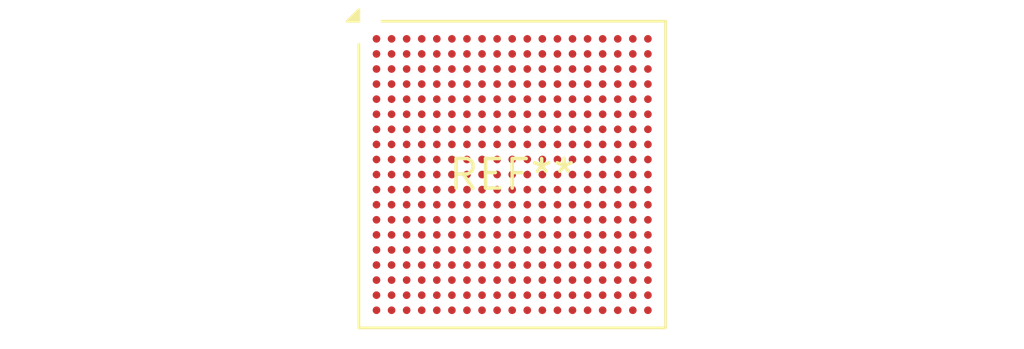
<source format=kicad_pcb>
(kicad_pcb (version 20240108) (generator pcbnew)
  (layers (0 "F.Cu" signal) (31 "B.Cu" signal) (34 "B.Paste" user) (35 "F.Paste" user) (36 "B.SilkS" user "B.Silkscreen") (37 "F.SilkS" user "F.Silkscreen") (38 "B.Mask" user) (39 "F.Mask" user) (44 "Edge.Cuts" user))
  (net 0 "")
  (footprint "TFBGA-361_13x13mm_Layout19x19_P0.65mm" (layer "F.Cu") (at 0 0)
    (property "Reference" "REF**")
    (property "Value" "TFBGA-361_13x13mm_Layout19x19_P0.65mm")
    (fp_line (start -6.61 6.61) (end -6.61 -5.61) (layer "F.SilkS") (stroke (width 0.12)))
    (fp_line (start -5.61 -6.61) (end 6.61 -6.61) (layer "F.SilkS") (stroke (width 0.12)))
    (fp_line (start 6.61 -6.61) (end 6.61 6.61) (layer "F.SilkS") (stroke (width 0.12)))
    (fp_line (start 6.61 6.61) (end -6.61 6.61) (layer "F.SilkS") (stroke (width 0.12)))
    (fp_poly (pts (xy -6.61 -6.61) (xy -7.11 -6.61) (xy -6.61 -7.11) (xy -6.61 -6.61)) (layer "F.SilkS") (stroke (width 0.12)) (fill solid))
    (pad "A1" smd circle (at -5.85 -5.85) (size 0.33 0.33) (property pad_prop_bga) (layers "F.Cu" "F.Paste" "F.Mask"))
    (pad "A2" smd circle (at -5.2 -5.85) (size 0.33 0.33) (property pad_prop_bga) (layers "F.Cu" "F.Paste" "F.Mask"))
    (pad "A3" smd circle (at -4.55 -5.85) (size 0.33 0.33) (property pad_prop_bga) (layers "F.Cu" "F.Paste" "F.Mask"))
    (pad "A4" smd circle (at -3.9 -5.85) (size 0.33 0.33) (property pad_prop_bga) (layers "F.Cu" "F.Paste" "F.Mask"))
    (pad "A5" smd circle (at -3.25 -5.85) (size 0.33 0.33) (property pad_prop_bga) (layers "F.Cu" "F.Paste" "F.Mask"))
    (pad "A6" smd circle (at -2.6 -5.85) (size 0.33 0.33) (property pad_prop_bga) (layers "F.Cu" "F.Paste" "F.Mask"))
    (pad "A7" smd circle (at -1.95 -5.85) (size 0.33 0.33) (property pad_prop_bga) (layers "F.Cu" "F.Paste" "F.Mask"))
    (pad "A8" smd circle (at -1.3 -5.85) (size 0.33 0.33) (property pad_prop_bga) (layers "F.Cu" "F.Paste" "F.Mask"))
    (pad "A9" smd circle (at -0.65 -5.85) (size 0.33 0.33) (property pad_prop_bga) (layers "F.Cu" "F.Paste" "F.Mask"))
    (pad "A10" smd circle (at 0 -5.85) (size 0.33 0.33) (property pad_prop_bga) (layers "F.Cu" "F.Paste" "F.Mask"))
    (pad "A11" smd circle (at 0.65 -5.85) (size 0.33 0.33) (property pad_prop_bga) (layers "F.Cu" "F.Paste" "F.Mask"))
    (pad "A12" smd circle (at 1.3 -5.85) (size 0.33 0.33) (property pad_prop_bga) (layers "F.Cu" "F.Paste" "F.Mask"))
    (pad "A13" smd circle (at 1.95 -5.85) (size 0.33 0.33) (property pad_prop_bga) (layers "F.Cu" "F.Paste" "F.Mask"))
    (pad "A14" smd circle (at 2.6 -5.85) (size 0.33 0.33) (property pad_prop_bga) (layers "F.Cu" "F.Paste" "F.Mask"))
    (pad "A15" smd circle (at 3.25 -5.85) (size 0.33 0.33) (property pad_prop_bga) (layers "F.Cu" "F.Paste" "F.Mask"))
    (pad "A16" smd circle (at 3.9 -5.85) (size 0.33 0.33) (property pad_prop_bga) (layers "F.Cu" "F.Paste" "F.Mask"))
    (pad "A17" smd circle (at 4.55 -5.85) (size 0.33 0.33) (property pad_prop_bga) (layers "F.Cu" "F.Paste" "F.Mask"))
    (pad "A18" smd circle (at 5.2 -5.85) (size 0.33 0.33) (property pad_prop_bga) (layers "F.Cu" "F.Paste" "F.Mask"))
    (pad "A19" smd circle (at 5.85 -5.85) (size 0.33 0.33) (property pad_prop_bga) (layers "F.Cu" "F.Paste" "F.Mask"))
    (pad "B1" smd circle (at -5.85 -5.2) (size 0.33 0.33) (property pad_prop_bga) (layers "F.Cu" "F.Paste" "F.Mask"))
    (pad "B2" smd circle (at -5.2 -5.2) (size 0.33 0.33) (property pad_prop_bga) (layers "F.Cu" "F.Paste" "F.Mask"))
    (pad "B3" smd circle (at -4.55 -5.2) (size 0.33 0.33) (property pad_prop_bga) (layers "F.Cu" "F.Paste" "F.Mask"))
    (pad "B4" smd circle (at -3.9 -5.2) (size 0.33 0.33) (property pad_prop_bga) (layers "F.Cu" "F.Paste" "F.Mask"))
    (pad "B5" smd circle (at -3.25 -5.2) (size 0.33 0.33) (property pad_prop_bga) (layers "F.Cu" "F.Paste" "F.Mask"))
    (pad "B6" smd circle (at -2.6 -5.2) (size 0.33 0.33) (property pad_prop_bga) (layers "F.Cu" "F.Paste" "F.Mask"))
    (pad "B7" smd circle (at -1.95 -5.2) (size 0.33 0.33) (property pad_prop_bga) (layers "F.Cu" "F.Paste" "F.Mask"))
    (pad "B8" smd circle (at -1.3 -5.2) (size 0.33 0.33) (property pad_prop_bga) (layers "F.Cu" "F.Paste" "F.Mask"))
    (pad "B9" smd circle (at -0.65 -5.2) (size 0.33 0.33) (property pad_prop_bga) (layers "F.Cu" "F.Paste" "F.Mask"))
    (pad "B10" smd circle (at 0 -5.2) (size 0.33 0.33) (property pad_prop_bga) (layers "F.Cu" "F.Paste" "F.Mask"))
    (pad "B11" smd circle (at 0.65 -5.2) (size 0.33 0.33) (property pad_prop_bga) (layers "F.Cu" "F.Paste" "F.Mask"))
    (pad "B12" smd circle (at 1.3 -5.2) (size 0.33 0.33) (property pad_prop_bga) (layers "F.Cu" "F.Paste" "F.Mask"))
    (pad "B13" smd circle (at 1.95 -5.2) (size 0.33 0.33) (property pad_prop_bga) (layers "F.Cu" "F.Paste" "F.Mask"))
    (pad "B14" smd circle (at 2.6 -5.2) (size 0.33 0.33) (property pad_prop_bga) (layers "F.Cu" "F.Paste" "F.Mask"))
    (pad "B15" smd circle (at 3.25 -5.2) (size 0.33 0.33) (property pad_prop_bga) (layers "F.Cu" "F.Paste" "F.Mask"))
    (pad "B16" smd circle (at 3.9 -5.2) (size 0.33 0.33) (property pad_prop_bga) (layers "F.Cu" "F.Paste" "F.Mask"))
    (pad "B17" smd circle (at 4.55 -5.2) (size 0.33 0.33) (property pad_prop_bga) (layers "F.Cu" "F.Paste" "F.Mask"))
    (pad "B18" smd circle (at 5.2 -5.2) (size 0.33 0.33) (property pad_prop_bga) (layers "F.Cu" "F.Paste" "F.Mask"))
    (pad "B19" smd circle (at 5.85 -5.2) (size 0.33 0.33) (property pad_prop_bga) (layers "F.Cu" "F.Paste" "F.Mask"))
    (pad "C1" smd circle (at -5.85 -4.55) (size 0.33 0.33) (property pad_prop_bga) (layers "F.Cu" "F.Paste" "F.Mask"))
    (pad "C2" smd circle (at -5.2 -4.55) (size 0.33 0.33) (property pad_prop_bga) (layers "F.Cu" "F.Paste" "F.Mask"))
    (pad "C3" smd circle (at -4.55 -4.55) (size 0.33 0.33) (property pad_prop_bga) (layers "F.Cu" "F.Paste" "F.Mask"))
    (pad "C4" smd circle (at -3.9 -4.55) (size 0.33 0.33) (property pad_prop_bga) (layers "F.Cu" "F.Paste" "F.Mask"))
    (pad "C5" smd circle (at -3.25 -4.55) (size 0.33 0.33) (property pad_prop_bga) (layers "F.Cu" "F.Paste" "F.Mask"))
    (pad "C6" smd circle (at -2.6 -4.55) (size 0.33 0.33) (property pad_prop_bga) (layers "F.Cu" "F.Paste" "F.Mask"))
    (pad "C7" smd circle (at -1.95 -4.55) (size 0.33 0.33) (property pad_prop_bga) (layers "F.Cu" "F.Paste" "F.Mask"))
    (pad "C8" smd circle (at -1.3 -4.55) (size 0.33 0.33) (property pad_prop_bga) (layers "F.Cu" "F.Paste" "F.Mask"))
    (pad "C9" smd circle (at -0.65 -4.55) (size 0.33 0.33) (property pad_prop_bga) (layers "F.Cu" "F.Paste" "F.Mask"))
    (pad "C10" smd circle (at 0 -4.55) (size 0.33 0.33) (property pad_prop_bga) (layers "F.Cu" "F.Paste" "F.Mask"))
    (pad "C11" smd circle (at 0.65 -4.55) (size 0.33 0.33) (property pad_prop_bga) (layers "F.Cu" "F.Paste" "F.Mask"))
    (pad "C12" smd circle (at 1.3 -4.55) (size 0.33 0.33) (property pad_prop_bga) (layers "F.Cu" "F.Paste" "F.Mask"))
    (pad "C13" smd circle (at 1.95 -4.55) (size 0.33 0.33) (property pad_prop_bga) (layers "F.Cu" "F.Paste" "F.Mask"))
    (pad "C14" smd circle (at 2.6 -4.55) (size 0.33 0.33) (property pad_prop_bga) (layers "F.Cu" "F.Paste" "F.Mask"))
    (pad "C15" smd circle (at 3.25 -4.55) (size 0.33 0.33) (property pad_prop_bga) (layers "F.Cu" "F.Paste" "F.Mask"))
    (pad "C16" smd circle (at 3.9 -4.55) (size 0.33 0.33) (property pad_prop_bga) (layers "F.Cu" "F.Paste" "F.Mask"))
    (pad "C17" smd circle (at 4.55 -4.55) (size 0.33 0.33) (property pad_prop_bga) (layers "F.Cu" "F.Paste" "F.Mask"))
    (pad "C18" smd circle (at 5.2 -4.55) (size 0.33 0.33) (property pad_prop_bga) (layers "F.Cu" "F.Paste" "F.Mask"))
    (pad "C19" smd circle (at 5.85 -4.55) (size 0.33 0.33) (property pad_prop_bga) (layers "F.Cu" "F.Paste" "F.Mask"))
    (pad "D1" smd circle (at -5.85 -3.9) (size 0.33 0.33) (property pad_prop_bga) (layers "F.Cu" "F.Paste" "F.Mask"))
    (pad "D2" smd circle (at -5.2 -3.9) (size 0.33 0.33) (property pad_prop_bga) (layers "F.Cu" "F.Paste" "F.Mask"))
    (pad "D3" smd circle (at -4.55 -3.9) (size 0.33 0.33) (property pad_prop_bga) (layers "F.Cu" "F.Paste" "F.Mask"))
    (pad "D4" smd circle (at -3.9 -3.9) (size 0.33 0.33) (property pad_prop_bga) (layers "F.Cu" "F.Paste" "F.Mask"))
    (pad "D5" smd circle (at -3.25 -3.9) (size 0.33 0.33) (property pad_prop_bga) (layers "F.Cu" "F.Paste" "F.Mask"))
    (pad "D6" smd circle (at -2.6 -3.9) (size 0.33 0.33) (property pad_prop_bga) (layers "F.Cu" "F.Paste" "F.Mask"))
    (pad "D7" smd circle (at -1.95 -3.9) (size 0.33 0.33) (property pad_prop_bga) (layers "F.Cu" "F.Paste" "F.Mask"))
    (pad "D8" smd circle (at -1.3 -3.9) (size 0.33 0.33) (property pad_prop_bga) (layers "F.Cu" "F.Paste" "F.Mask"))
    (pad "D9" smd circle (at -0.65 -3.9) (size 0.33 0.33) (property pad_prop_bga) (layers "F.Cu" "F.Paste" "F.Mask"))
    (pad "D10" smd circle (at 0 -3.9) (size 0.33 0.33) (property pad_prop_bga) (layers "F.Cu" "F.Paste" "F.Mask"))
    (pad "D11" smd circle (at 0.65 -3.9) (size 0.33 0.33) (property pad_prop_bga) (layers "F.Cu" "F.Paste" "F.Mask"))
    (pad "D12" smd circle (at 1.3 -3.9) (size 0.33 0.33) (property pad_prop_bga) (layers "F.Cu" "F.Paste" "F.Mask"))
    (pad "D13" smd circle (at 1.95 -3.9) (size 0.33 0.33) (property pad_prop_bga) (layers "F.Cu" "F.Paste" "F.Mask"))
    (pad "D14" smd circle (at 2.6 -3.9) (size 0.33 0.33) (property pad_prop_bga) (layers "F.Cu" "F.Paste" "F.Mask"))
    (pad "D15" smd circle (at 3.25 -3.9) (size 0.33 0.33) (property pad_prop_bga) (layers "F.Cu" "F.Paste" "F.Mask"))
    (pad "D16" smd circle (at 3.9 -3.9) (size 0.33 0.33) (property pad_prop_bga) (layers "F.Cu" "F.Paste" "F.Mask"))
    (pad "D17" smd circle (at 4.55 -3.9) (size 0.33 0.33) (property pad_prop_bga) (layers "F.Cu" "F.Paste" "F.Mask"))
    (pad "D18" smd circle (at 5.2 -3.9) (size 0.33 0.33) (property pad_prop_bga) (layers "F.Cu" "F.Paste" "F.Mask"))
    (pad "D19" smd circle (at 5.85 -3.9) (size 0.33 0.33) (property pad_prop_bga) (layers "F.Cu" "F.Paste" "F.Mask"))
    (pad "E1" smd circle (at -5.85 -3.25) (size 0.33 0.33) (property pad_prop_bga) (layers "F.Cu" "F.Paste" "F.Mask"))
    (pad "E2" smd circle (at -5.2 -3.25) (size 0.33 0.33) (property pad_prop_bga) (layers "F.Cu" "F.Paste" "F.Mask"))
    (pad "E3" smd circle (at -4.55 -3.25) (size 0.33 0.33) (property pad_prop_bga) (layers "F.Cu" "F.Paste" "F.Mask"))
    (pad "E4" smd circle (at -3.9 -3.25) (size 0.33 0.33) (property pad_prop_bga) (layers "F.Cu" "F.Paste" "F.Mask"))
    (pad "E5" smd circle (at -3.25 -3.25) (size 0.33 0.33) (property pad_prop_bga) (layers "F.Cu" "F.Paste" "F.Mask"))
    (pad "E6" smd circle (at -2.6 -3.25) (size 0.33 0.33) (property pad_prop_bga) (layers "F.Cu" "F.Paste" "F.Mask"))
    (pad "E7" smd circle (at -1.95 -3.25) (size 0.33 0.33) (property pad_prop_bga) (layers "F.Cu" "F.Paste" "F.Mask"))
    (pad "E8" smd circle (at -1.3 -3.25) (size 0.33 0.33) (property pad_prop_bga) (layers "F.Cu" "F.Paste" "F.Mask"))
    (pad "E9" smd circle (at -0.65 -3.25) (size 0.33 0.33) (property pad_prop_bga) (layers "F.Cu" "F.Paste" "F.Mask"))
    (pad "E10" smd circle (at 0 -3.25) (size 0.33 0.33) (property pad_prop_bga) (layers "F.Cu" "F.Paste" "F.Mask"))
    (pad "E11" smd circle (at 0.65 -3.25) (size 0.33 0.33) (property pad_prop_bga) (layers "F.Cu" "F.Paste" "F.Mask"))
    (pad "E12" smd circle (at 1.3 -3.25) (size 0.33 0.33) (property pad_prop_bga) (layers "F.Cu" "F.Paste" "F.Mask"))
    (pad "E13" smd circle (at 1.95 -3.25) (size 0.33 0.33) (property pad_prop_bga) (layers "F.Cu" "F.Paste" "F.Mask"))
    (pad "E14" smd circle (at 2.6 -3.25) (size 0.33 0.33) (property pad_prop_bga) (layers "F.Cu" "F.Paste" "F.Mask"))
    (pad "E15" smd circle (at 3.25 -3.25) (size 0.33 0.33) (property pad_prop_bga) (layers "F.Cu" "F.Paste" "F.Mask"))
    (pad "E16" smd circle (at 3.9 -3.25) (size 0.33 0.33) (property pad_prop_bga) (layers "F.Cu" "F.Paste" "F.Mask"))
    (pad "E17" smd circle (at 4.55 -3.25) (size 0.33 0.33) (property pad_prop_bga) (layers "F.Cu" "F.Paste" "F.Mask"))
    (pad "E18" smd circle (at 5.2 -3.25) (size 0.33 0.33) (property pad_prop_bga) (layers "F.Cu" "F.Paste" "F.Mask"))
    (pad "E19" smd circle (at 5.85 -3.25) (size 0.33 0.33) (property pad_prop_bga) (layers "F.Cu" "F.Paste" "F.Mask"))
    (pad "F1" smd circle (at -5.85 -2.6) (size 0.33 0.33) (property pad_prop_bga) (layers "F.Cu" "F.Paste" "F.Mask"))
    (pad "F2" smd circle (at -5.2 -2.6) (size 0.33 0.33) (property pad_prop_bga) (layers "F.Cu" "F.Paste" "F.Mask"))
    (pad "F3" smd circle (at -4.55 -2.6) (size 0.33 0.33) (property pad_prop_bga) (layers "F.Cu" "F.Paste" "F.Mask"))
    (pad "F4" smd circle (at -3.9 -2.6) (size 0.33 0.33) (property pad_prop_bga) (layers "F.Cu" "F.Paste" "F.Mask"))
    (pad "F5" smd circle (at -3.25 -2.6) (size 0.33 0.33) (property pad_prop_bga) (layers "F.Cu" "F.Paste" "F.Mask"))
    (pad "F6" smd circle (at -2.6 -2.6) (size 0.33 0.33) (property pad_prop_bga) (layers "F.Cu" "F.Paste" "F.Mask"))
    (pad "F7" smd circle (at -1.95 -2.6) (size 0.33 0.33) (property pad_prop_bga) (layers "F.Cu" "F.Paste" "F.Mask"))
    (pad "F8" smd circle (at -1.3 -2.6) (size 0.33 0.33) (property pad_prop_bga) (layers "F.Cu" "F.Paste" "F.Mask"))
    (pad "F9" smd circle (at -0.65 -2.6) (size 0.33 0.33) (property pad_prop_bga) (layers "F.Cu" "F.Paste" "F.Mask"))
    (pad "F10" smd circle (at 0 -2.6) (size 0.33 0.33) (property pad_prop_bga) (layers "F.Cu" "F.Paste" "F.Mask"))
    (pad "F11" smd circle (at 0.65 -2.6) (size 0.33 0.33) (property pad_prop_bga) (layers "F.Cu" "F.Paste" "F.Mask"))
    (pad "F12" smd circle (at 1.3 -2.6) (size 0.33 0.33) (property pad_prop_bga) (layers "F.Cu" "F.Paste" "F.Mask"))
    (pad "F13" smd circle (at 1.95 -2.6) (size 0.33 0.33) (property pad_prop_bga) (layers "F.Cu" "F.Paste" "F.Mask"))
    (pad "F14" smd circle (at 2.6 -2.6) (size 0.33 0.33) (property pad_prop_bga) (layers "F.Cu" "F.Paste" "F.Mask"))
    (pad "F15" smd circle (at 3.25 -2.6) (size 0.33 0.33) (property pad_prop_bga) (layers "F.Cu" "F.Paste" "F.Mask"))
    (pad "F16" smd circle (at 3.9 -2.6) (size 0.33 0.33) (property pad_prop_bga) (layers "F.Cu" "F.Paste" "F.Mask"))
    (pad "F17" smd circle (at 4.55 -2.6) (size 0.33 0.33) (property pad_prop_bga) (layers "F.Cu" "F.Paste" "F.Mask"))
    (pad "F18" smd circle (at 5.2 -2.6) (size 0.33 0.33) (property pad_prop_bga) (layers "F.Cu" "F.Paste" "F.Mask"))
    (pad "F19" smd circle (at 5.85 -2.6) (size 0.33 0.33) (property pad_prop_bga) (layers "F.Cu" "F.Paste" "F.Mask"))
    (pad "G1" smd circle (at -5.85 -1.95) (size 0.33 0.33) (property pad_prop_bga) (layers "F.Cu" "F.Paste" "F.Mask"))
    (pad "G2" smd circle (at -5.2 -1.95) (size 0.33 0.33) (property pad_prop_bga) (layers "F.Cu" "F.Paste" "F.Mask"))
    (pad "G3" smd circle (at -4.55 -1.95) (size 0.33 0.33) (property pad_prop_bga) (layers "F.Cu" "F.Paste" "F.Mask"))
    (pad "G4" smd circle (at -3.9 -1.95) (size 0.33 0.33) (property pad_prop_bga) (layers "F.Cu" "F.Paste" "F.Mask"))
    (pad "G5" smd circle (at -3.25 -1.95) (size 0.33 0.33) (property pad_prop_bga) (layers "F.Cu" "F.Paste" "F.Mask"))
    (pad "G6" smd circle (at -2.6 -1.95) (size 0.33 0.33) (property pad_prop_bga) (layers "F.Cu" "F.Paste" "F.Mask"))
    (pad "G7" smd circle (at -1.95 -1.95) (size 0.33 0.33) (property pad_prop_bga) (layers "F.Cu" "F.Paste" "F.Mask"))
    (pad "G8" smd circle (at -1.3 -1.95) (size 0.33 0.33) (property pad_prop_bga) (layers "F.Cu" "F.Paste" "F.Mask"))
    (pad "G9" smd circle (at -0.65 -1.95) (size 0.33 0.33) (property pad_prop_bga) (layers "F.Cu" "F.Paste" "F.Mask"))
    (pad "G10" smd circle (at 0 -1.95) (size 0.33 0.33) (property pad_prop_bga) (layers "F.Cu" "F.Paste" "F.Mask"))
    (pad "G11" smd circle (at 0.65 -1.95) (size 0.33 0.33) (property pad_prop_bga) (layers "F.Cu" "F.Paste" "F.Mask"))
    (pad "G12" smd circle (at 1.3 -1.95) (size 0.33 0.33) (property pad_prop_bga) (layers "F.Cu" "F.Paste" "F.Mask"))
    (pad "G13" smd circle (at 1.95 -1.95) (size 0.33 0.33) (property pad_prop_bga) (layers "F.Cu" "F.Paste" "F.Mask"))
    (pad "G14" smd circle (at 2.6 -1.95) (size 0.33 0.33) (property pad_prop_bga) (layers "F.Cu" "F.Paste" "F.Mask"))
    (pad "G15" smd circle (at 3.25 -1.95) (size 0.33 0.33) (property pad_prop_bga) (layers "F.Cu" "F.Paste" "F.Mask"))
    (pad "G16" smd circle (at 3.9 -1.95) (size 0.33 0.33) (property pad_prop_bga) (layers "F.Cu" "F.Paste" "F.Mask"))
    (pad "G17" smd circle (at 4.55 -1.95) (size 0.33 0.33) (property pad_prop_bga) (layers "F.Cu" "F.Paste" "F.Mask"))
    (pad "G18" smd circle (at 5.2 -1.95) (size 0.33 0.33) (property pad_prop_bga) (layers "F.Cu" "F.Paste" "F.Mask"))
    (pad "G19" smd circle (at 5.85 -1.95) (size 0.33 0.33) (property pad_prop_bga) (layers "F.Cu" "F.Paste" "F.Mask"))
    (pad "H1" smd circle (at -5.85 -1.3) (size 0.33 0.33) (property pad_prop_bga) (layers "F.Cu" "F.Paste" "F.Mask"))
    (pad "H2" smd circle (at -5.2 -1.3) (size 0.33 0.33) (property pad_prop_bga) (layers "F.Cu" "F.Paste" "F.Mask"))
    (pad "H3" smd circle (at -4.55 -1.3) (size 0.33 0.33) (property pad_prop_bga) (layers "F.Cu" "F.Paste" "F.Mask"))
    (pad "H4" smd circle (at -3.9 -1.3) (size 0.33 0.33) (property pad_prop_bga) (layers "F.Cu" "F.Paste" "F.Mask"))
    (pad "H5" smd circle (at -3.25 -1.3) (size 0.33 0.33) (property pad_prop_bga) (layers "F.Cu" "F.Paste" "F.Mask"))
    (pad "H6" smd circle (at -2.6 -1.3) (size 0.33 0.33) (property pad_prop_bga) (layers "F.Cu" "F.Paste" "F.Mask"))
    (pad "H7" smd circle (at -1.95 -1.3) (size 0.33 0.33) (property pad_prop_bga) (layers "F.Cu" "F.Paste" "F.Mask"))
    (pad "H8" smd circle (at -1.3 -1.3) (size 0.33 0.33) (property pad_prop_bga) (layers "F.Cu" "F.Paste" "F.Mask"))
    (pad "H9" smd circle (at -0.65 -1.3) (size 0.33 0.33) (property pad_prop_bga) (layers "F.Cu" "F.Paste" "F.Mask"))
    (pad "H10" smd circle (at 0 -1.3) (size 0.33 0.33) (property pad_prop_bga) (layers "F.Cu" "F.Paste" "F.Mask"))
    (pad "H11" smd circle (at 0.65 -1.3) (size 0.33 0.33) (property pad_prop_bga) (layers "F.Cu" "F.Paste" "F.Mask"))
    (pad "H12" smd circle (at 1.3 -1.3) (size 0.33 0.33) (property pad_prop_bga) (layers "F.Cu" "F.Paste" "F.Mask"))
    (pad "H13" smd circle (at 1.95 -1.3) (size 0.33 0.33) (property pad_prop_bga) (layers "F.Cu" "F.Paste" "F.Mask"))
    (pad "H14" smd circle (at 2.6 -1.3) (size 0.33 0.33) (property pad_prop_bga) (layers "F.Cu" "F.Paste" "F.Mask"))
    (pad "H15" smd circle (at 3.25 -1.3) (size 0.33 0.33) (property pad_prop_bga) (layers "F.Cu" "F.Paste" "F.Mask"))
    (pad "H16" smd circle (at 3.9 -1.3) (size 0.33 0.33) (property pad_prop_bga) (layers "F.Cu" "F.Paste" "F.Mask"))
    (pad "H17" smd circle (at 4.55 -1.3) (size 0.33 0.33) (property pad_prop_bga) (layers "F.Cu" "F.Paste" "F.Mask"))
    (pad "H18" smd circle (at 5.2 -1.3) (size 0.33 0.33) (property pad_prop_bga) (layers "F.Cu" "F.Paste" "F.Mask"))
    (pad "H19" smd circle (at 5.85 -1.3) (size 0.33 0.33) (property pad_prop_bga) (layers "F.Cu" "F.Paste" "F.Mask"))
    (pad "J1" smd circle (at -5.85 -0.65) (size 0.33 0.33) (property pad_prop_bga) (layers "F.Cu" "F.Paste" "F.Mask"))
    (pad "J2" smd circle (at -5.2 -0.65) (size 0.33 0.33) (property pad_prop_bga) (layers "F.Cu" "F.Paste" "F.Mask"))
    (pad "J3" smd circle (at -4.55 -0.65) (size 0.33 0.33) (property pad_prop_bga) (layers "F.Cu" "F.Paste" "F.Mask"))
    (pad "J4" smd circle (at -3.9 -0.65) (size 0.33 0.33) (property pad_prop_bga) (layers "F.Cu" "F.Paste" "F.Mask"))
    (pad "J5" smd circle (at -3.25 -0.65) (size 0.33 0.33) (property pad_prop_bga) (layers "F.Cu" "F.Paste" "F.Mask"))
    (pad "J6" smd circle (at -2.6 -0.65) (size 0.33 0.33) (property pad_prop_bga) (layers "F.Cu" "F.Paste" "F.Mask"))
    (pad "J7" smd circle (at -1.95 -0.65) (size 0.33 0.33) (property pad_prop_bga) (layers "F.Cu" "F.Paste" "F.Mask"))
    (pad "J8" smd circle (at -1.3 -0.65) (size 0.33 0.33) (property pad_prop_bga) (layers "F.Cu" "F.Paste" "F.Mask"))
    (pad "J9" smd circle (at -0.65 -0.65) (size 0.33 0.33) (property pad_prop_bga) (layers "F.Cu" "F.Paste" "F.Mask"))
    (pad "J10" smd circle (at 0 -0.65) (size 0.33 0.33) (property pad_prop_bga) (layers "F.Cu" "F.Paste" "F.Mask"))
    (pad "J11" smd circle (at 0.65 -0.65) (size 0.33 0.33) (property pad_prop_bga) (layers "F.Cu" "F.Paste" "F.Mask"))
    (pad "J12" smd circle (at 1.3 -0.65) (size 0.33 0.33) (property pad_prop_bga) (layers "F.Cu" "F.Paste" "F.Mask"))
    (pad "J13" smd circle (at 1.95 -0.65) (size 0.33 0.33) (property pad_prop_bga) (layers "F.Cu" "F.Paste" "F.Mask"))
    (pad "J14" smd circle (at 2.6 -0.65) (size 0.33 0.33) (property pad_prop_bga) (layers "F.Cu" "F.Paste" "F.Mask"))
    (pad "J15" smd circle (at 3.25 -0.65) (size 0.33 0.33) (property pad_prop_bga) (layers "F.Cu" "F.Paste" "F.Mask"))
    (pad "J16" smd circle (at 3.9 -0.65) (size 0.33 0.33) (property pad_prop_bga) (layers "F.Cu" "F.Paste" "F.Mask"))
    (pad "J17" smd circle (at 4.55 -0.65) (size 0.33 0.33) (property pad_prop_bga) (layers "F.Cu" "F.Paste" "F.Mask"))
    (pad "J18" smd circle (at 5.2 -0.65) (size 0.33 0.33) (property pad_prop_bga) (layers "F.Cu" "F.Paste" "F.Mask"))
    (pad "J19" smd circle (at 5.85 -0.65) (size 0.33 0.33) (property pad_prop_bga) (layers "F.Cu" "F.Paste" "F.Mask"))
    (pad "K1" smd circle (at -5.85 0) (size 0.33 0.33) (property pad_prop_bga) (layers "F.Cu" "F.Paste" "F.Mask"))
    (pad "K2" smd circle (at -5.2 0) (size 0.33 0.33) (property pad_prop_bga) (layers "F.Cu" "F.Paste" "F.Mask"))
    (pad "K3" smd circle (at -4.55 0) (size 0.33 0.33) (property pad_prop_bga) (layers "F.Cu" "F.Paste" "F.Mask"))
    (pad "K4" smd circle (at -3.9 0) (size 0.33 0.33) (property pad_prop_bga) (layers "F.Cu" "F.Paste" "F.Mask"))
    (pad "K5" smd circle (at -3.25 0) (size 0.33 0.33) (property pad_prop_bga) (layers "F.Cu" "F.Paste" "F.Mask"))
    (pad "K6" smd circle (at -2.6 0) (size 0.33 0.33) (property pad_prop_bga) (layers "F.Cu" "F.Paste" "F.Mask"))
    (pad "K7" smd circle (at -1.95 0) (size 0.33 0.33) (property pad_prop_bga) (layers "F.Cu" "F.Paste" "F.Mask"))
    (pad "K8" smd circle (at -1.3 0) (size 0.33 0.33) (property pad_prop_bga) (layers "F.Cu" "F.Paste" "F.Mask"))
    (pad "K9" smd circle (at -0.65 0) (size 0.33 0.33) (property pad_prop_bga) (layers "F.Cu" "F.Paste" "F.Mask"))
    (pad "K10" smd circle (at 0 0) (size 0.33 0.33) (property pad_prop_bga) (layers "F.Cu" "F.Paste" "F.Mask"))
    (pad "K11" smd circle (at 0.65 0) (size 0.33 0.33) (property pad_prop_bga) (layers "F.Cu" "F.Paste" "F.Mask"))
    (pad "K12" smd circle (at 1.3 0) (size 0.33 0.33) (property pad_prop_bga) (layers "F.Cu" "F.Paste" "F.Mask"))
    (pad "K13" smd circle (at 1.95 0) (size 0.33 0.33) (property pad_prop_bga) (layers "F.Cu" "F.Paste" "F.Mask"))
    (pad "K14" smd circle (at 2.6 0) (size 0.33 0.33) (property pad_prop_bga) (layers "F.Cu" "F.Paste" "F.Mask"))
    (pad "K15" smd circle (at 3.25 0) (size 0.33 0.33) (property pad_prop_bga) (layers "F.Cu" "F.Paste" "F.Mask"))
    (pad "K16" smd circle (at 3.9 0) (size 0.33 0.33) (property pad_prop_bga) (layers "F.Cu" "F.Paste" "F.Mask"))
    (pad "K17" smd circle (at 4.55 0) (size 0.33 0.33) (property pad_prop_bga) (layers "F.Cu" "F.Paste" "F.Mask"))
    (pad "K18" smd circle (at 5.2 0) (size 0.33 0.33) (property pad_prop_bga) (layers "F.Cu" "F.Paste" "F.Mask"))
    (pad "K19" smd circle (at 5.85 0) (size 0.33 0.33) (property pad_prop_bga) (layers "F.Cu" "F.Paste" "F.Mask"))
    (pad "L1" smd circle (at -5.85 0.65) (size 0.33 0.33) (property pad_prop_bga) (layers "F.Cu" "F.Paste" "F.Mask"))
    (pad "L2" smd circle (at -5.2 0.65) (size 0.33 0.33) (property pad_prop_bga) (layers "F.Cu" "F.Paste" "F.Mask"))
    (pad "L3" smd circle (at -4.55 0.65) (size 0.33 0.33) (property pad_prop_bga) (layers "F.Cu" "F.Paste" "F.Mask"))
    (pad "L4" smd circle (at -3.9 0.65) (size 0.33 0.33) (property pad_prop_bga) (layers "F.Cu" "F.Paste" "F.Mask"))
    (pad "L5" smd circle (at -3.25 0.65) (size 0.33 0.33) (property pad_prop_bga) (layers "F.Cu" "F.Paste" "F.Mask"))
    (pad "L6" smd circle (at -2.6 0.65) (size 0.33 0.33) (property pad_prop_bga) (layers "F.Cu" "F.Paste" "F.Mask"))
    (pad "L7" smd circle (at -1.95 0.65) (size 0.33 0.33) (property pad_prop_bga) (layers "F.Cu" "F.Paste" "F.Mask"))
    (pad "L8" smd circle (at -1.3 0.65) (size 0.33 0.33) (property pad_prop_bga) (layers "F.Cu" "F.Paste" "F.Mask"))
    (pad "L9" smd circle (at -0.65 0.65) (size 0.33 0.33) (property pad_prop_bga) (layers "F.Cu" "F.Paste" "F.Mask"))
    (pad "L10" smd circle (at 0 0.65) (size 0.33 0.33) (property pad_prop_bga) (layers "F.Cu" "F.Paste" "F.Mask"))
    (pad "L11" smd circle (at 0.65 0.65) (size 0.33 0.33) (property pad_prop_bga) (layers "F.Cu" "F.Paste" "F.Mask"))
    (pad "L12" smd circle (at 1.3 0.65) (size 0.33 0.33) (property pad_prop_bga) (layers "F.Cu" "F.Paste" "F.Mask"))
    (pad "L13" smd circle (at 1.95 0.65) (size 0.33 0.33) (property pad_prop_bga) (layers "F.Cu" "F.Paste" "F.Mask"))
    (pad "L14" smd circle (at 2.6 0.65) (size 0.33 0.33) (property pad_prop_bga) (layers "F.Cu" "F.Paste" "F.Mask"))
    (pad "L15" smd circle (at 3.25 0.65) (size 0.33 0.33) (property pad_prop_bga) (layers "F.Cu" "F.Paste" "F.Mask"))
    (pad "L16" smd circle (at 3.9 0.65) (size 0.33 0.33) (property pad_prop_bga) (layers "F.Cu" "F.Paste" "F.Mask"))
    (pad "L17" smd circle (at 4.55 0.65) (size 0.33 0.33) (property pad_prop_bga) (layers "F.Cu" "F.Paste" "F.Mask"))
    (pad "L18" smd circle (at 5.2 0.65) (size 0.33 0.33) (property pad_prop_bga) (layers "F.Cu" "F.Paste" "F.Mask"))
    (pad "L19" smd circle (at 5.85 0.65) (size 0.33 0.33) (property pad_prop_bga) (layers "F.Cu" "F.Paste" "F.Mask"))
    (pad "M1" smd circle (at -5.85 1.3) (size 0.33 0.33) (property pad_prop_bga) (layers "F.Cu" "F.Paste" "F.Mask"))
    (pad "M2" smd circle (at -5.2 1.3) (size 0.33 0.33) (property pad_prop_bga) (layers "F.Cu" "F.Paste" "F.Mask"))
    (pad "M3" smd circle (at -4.55 1.3) (size 0.33 0.33) (property pad_prop_bga) (layers "F.Cu" "F.Paste" "F.Mask"))
    (pad "M4" smd circle (at -3.9 1.3) (size 0.33 0.33) (property pad_prop_bga) (layers "F.Cu" "F.Paste" "F.Mask"))
    (pad "M5" smd circle (at -3.25 1.3) (size 0.33 0.33) (property pad_prop_bga) (layers "F.Cu" "F.Paste" "F.Mask"))
    (pad "M6" smd circle (at -2.6 1.3) (size 0.33 0.33) (property pad_prop_bga) (layers "F.Cu" "F.Paste" "F.Mask"))
    (pad "M7" smd circle (at -1.95 1.3) (size 0.33 0.33) (property pad_prop_bga) (layers "F.Cu" "F.Paste" "F.Mask"))
    (pad "M8" smd circle (at -1.3 1.3) (size 0.33 0.33) (property pad_prop_bga) (layers "F.Cu" "F.Paste" "F.Mask"))
    (pad "M9" smd circle (at -0.65 1.3) (size 0.33 0.33) (property pad_prop_bga) (layers "F.Cu" "F.Paste" "F.Mask"))
    (pad "M10" smd circle (at 0 1.3) (size 0.33 0.33) (property pad_prop_bga) (layers "F.Cu" "F.Paste" "F.Mask"))
    (pad "M11" smd circle (at 0.65 1.3) (size 0.33 0.33) (property pad_prop_bga) (layers "F.Cu" "F.Paste" "F.Mask"))
    (pad "M12" smd circle (at 1.3 1.3) (size 0.33 0.33) (property pad_prop_bga) (layers "F.Cu" "F.Paste" "F.Mask"))
    (pad "M13" smd circle (at 1.95 1.3) (size 0.33 0.33) (property pad_prop_bga) (layers "F.Cu" "F.Paste" "F.Mask"))
    (pad "M14" smd circle (at 2.6 1.3) (size 0.33 0.33) (property pad_prop_bga) (layers "F.Cu" "F.Paste" "F.Mask"))
    (pad "M15" smd circle (at 3.25 1.3) (size 0.33 0.33) (property pad_prop_bga) (layers "F.Cu" "F.Paste" "F.Mask"))
    (pad "M16" smd circle (at 3.9 1.3) (size 0.33 0.33) (property pad_prop_bga) (layers "F.Cu" "F.Paste" "F.Mask"))
    (pad "M17" smd circle (at 4.55 1.3) (size 0.33 0.33) (property pad_prop_bga) (layers "F.Cu" "F.Paste" "F.Mask"))
    (pad "M18" smd circle (at 5.2 1.3) (size 0.33 0.33) (property pad_prop_bga) (layers "F.Cu" "F.Paste" "F.Mask"))
    (pad "M19" smd circle (at 5.85 1.3) (size 0.33 0.33) (property pad_prop_bga) (layers "F.Cu" "F.Paste" "F.Mask"))
    (pad "N1" smd circle (at -5.85 1.95) (size 0.33 0.33) (property pad_prop_bga) (layers "F.Cu" "F.Paste" "F.Mask"))
    (pad "N2" smd circle (at -5.2 1.95) (size 0.33 0.33) (property pad_prop_bga) (layers "F.Cu" "F.Paste" "F.Mask"))
    (pad "N3" smd circle (at -4.55 1.95) (size 0.33 0.33) (property pad_prop_bga) (layers "F.Cu" "F.Paste" "F.Mask"))
    (pad "N4" smd circle (at -3.9 1.95) (size 0.33 0.33) (property pad_prop_bga) (layers "F.Cu" "F.Paste" "F.Mask"))
    (pad "N5" smd circle (at -3.25 1.95) (size 0.33 0.33) (property pad_prop_bga) (layers "F.Cu" "F.Paste" "F.Mask"))
    (pad "N6" smd circle (at -2.6 1.95) (size 0.33 0.33) (property pad_prop_bga) (layers "F.Cu" "F.Paste" "F.Mask"))
    (pad "N7" smd circle (at -1.95 1.95) (size 0.33 0.33) (property pad_prop_bga) (layers "F.Cu" "F.Paste" "F.Mask"))
    (pad "N8" smd circle (at -1.3 1.95) (size 0.33 0.33) (property pad_prop_bga) (layers "F.Cu" "F.Paste" "F.Mask"))
    (pad "N9" smd circle (at -0.65 1.95) (size 0.33 0.33) (property pad_prop_bga) (layers "F.Cu" "F.Paste" "F.Mask"))
    (pad "N10" smd circle (at 0 1.95) (size 0.33 0.33) (property pad_prop_bga) (layers "F.Cu" "F.Paste" "F.Mask"))
    (pad "N11" smd circle (at 0.65 1.95) (size 0.33 0.33) (property pad_prop_bga) (layers "F.Cu" "F.Paste" "F.Mask"))
    (pad "N12" smd circle (at 1.3 1.95) (size 0.33 0.33) (property pad_prop_bga) (layers "F.Cu" "F.Paste" "F.Mask"))
    (pad "N13" smd circle (at 1.95 1.95) (size 0.33 0.33) (property pad_prop_bga) (layers "F.Cu" "F.Paste" "F.Mask"))
    (pad "N14" smd circle (at 2.6 1.95) (size 0.33 0.33) (property pad_prop_bga) (layers "F.Cu" "F.Paste" "F.Mask"))
    (pad "N15" smd circle (at 3.25 1.95) (size 0.33 0.33) (property pad_prop_bga) (layers "F.Cu" "F.Paste" "F.Mask"))
    (pad "N16" smd circle (at 3.9 1.95) (size 0.33 0.33) (property pad_prop_bga) (layers "F.Cu" "F.Paste" "F.Mask"))
    (pad "N17" smd circle (at 4.55 1.95) (size 0.33 0.33) (property pad_prop_bga) (layers "F.Cu" "F.Paste" "F.Mask"))
    (pad "N18" smd circle (at 5.2 1.95) (size 0.33 0.33) (property pad_prop_bga) (layers "F.Cu" "F.Paste" "F.Mask"))
    (pad "N19" smd circle (at 5.85 1.95) (size 0.33 0.33) (property pad_prop_bga) (layers "F.Cu" "F.Paste" "F.Mask"))
    (pad "P1" smd circle (at -5.85 2.6) (size 0.33 0.33) (property pad_prop_bga) (layers "F.Cu" "F.Paste" "F.Mask"))
    (pad "P2" smd circle (at -5.2 2.6) (size 0.33 0.33) (property pad_prop_bga) (layers "F.Cu" "F.Paste" "F.Mask"))
    (pad "P3" smd circle (at -4.55 2.6) (size 0.33 0.33) (property pad_prop_bga) (layers "F.Cu" "F.Paste" "F.Mask"))
    (pad "P4" smd circle (at -3.9 2.6) (size 0.33 0.33) (property pad_prop_bga) (layers "F.Cu" "F.Paste" "F.Mask"))
    (pad "P5" smd circle (at -3.25 2.6) (size 0.33 0.33) (property pad_prop_bga) (layers "F.Cu" "F.Paste" "F.Mask"))
    (pad "P6" smd circle (at -2.6 2.6) (size 0.33 0.33) (property pad_prop_bga) (layers "F.Cu" "F.Paste" "F.Mask"))
    (pad "P7" smd circle (at -1.95 2.6) (size 0.33 0.33) (property pad_prop_bga) (layers "F.Cu" "F.Paste" "F.Mask"))
    (pad "P8" smd circle (at -1.3 2.6) (size 0.33 0.33) (property pad_prop_bga) (layers "F.Cu" "F.Paste" "F.Mask"))
    (pad "P9" smd circle (at -0.65 2.6) (size 0.33 0.33) (property pad_prop_bga) (layers "F.Cu" "F.Paste" "F.Mask"))
    (pad "P10" smd circle (at 0 2.6) (size 0.33 0.33) (property pad_prop_bga) (layers "F.Cu" "F.Paste" "F.Mask"))
    (pad "P11" smd circle (at 0.65 2.6) (size 0.33 0.33) (property pad_prop_bga) (layers "F.Cu" "F.Paste" "F.Mask"))
    (pad "P12" smd circle (at 1.3 2.6) (size 0.33 0.33) (property pad_prop_bga) (layers "F.Cu" "F.Paste" "F.Mask"))
    (pad "P13" smd circle (at 1.95 2.6) (size 0.33 0.33) (property pad_prop_bga) (layers "F.Cu" "F.Paste" "F.Mask"))
    (pad "P14" smd circle (at 2.6 2.6) (size 0.33 0.33) (property pad_prop_bga) (layers "F.Cu" "F.Paste" "F.Mask"))
    (pad "P15" smd circle (at 3.25 2.6) (size 0.33 0.33) (property pad_prop_bga) (layers "F.Cu" "F.Paste" "F.Mask"))
    (pad "P16" smd circle (at 3.9 2.6) (size 0.33 0.33) (property pad_prop_bga) (layers "F.Cu" "F.Paste" "F.Mask"))
    (pad "P17" smd circle (at 4.55 2.6) (size 0.33 0.33) (property pad_prop_bga) (layers "F.Cu" "F.Paste" "F.Mask"))
    (pad "P18" smd circle (at 5.2 2.6) (size 0.33 0.33) (property pad_prop_bga) (layers "F.Cu" "F.Paste" "F.Mask"))
    (pad "P19" smd circle (at 5.85 2.6) (size 0.33 0.33) (property pad_prop_bga) (layers "F.Cu" "F.Paste" "F.Mask"))
    (pad "R1" smd circle (at -5.85 3.25) (size 0.33 0.33) (property pad_prop_bga) (layers "F.Cu" "F.Paste" "F.Mask"))
    (pad "R2" smd circle (at -5.2 3.25) (size 0.33 0.33) (property pad_prop_bga) (layers "F.Cu" "F.Paste" "F.Mask"))
    (pad "R3" smd circle (at -4.55 3.25) (size 0.33 0.33) (property pad_prop_bga) (layers "F.Cu" "F.Paste" "F.Mask"))
    (pad "R4" smd circle (at -3.9 3.25) (size 0.33 0.33) (property pad_prop_bga) (layers "F.Cu" "F.Paste" "F.Mask"))
    (pad "R5" smd circle (at -3.25 3.25) (size 0.33 0.33) (property pad_prop_bga) (layers "F.Cu" "F.Paste" "F.Mask"))
    (pad "R6" smd circle (at -2.6 3.25) (size 0.33 0.33) (property pad_prop_bga) (layers "F.Cu" "F.Paste" "F.Mask"))
    (pad "R7" smd circle (at -1.95 3.25) (size 0.33 0.33) (property pad_prop_bga) (layers "F.Cu" "F.Paste" "F.Mask"))
    (pad "R8" smd circle (at -1.3 3.25) (size 0.33 0.33) (property pad_prop_bga) (layers "F.Cu" "F.Paste" "F.Mask"))
    (pad "R9" smd circle (at -0.65 3.25) (size 0.33 0.33) (property pad_prop_bga) (layers "F.Cu" "F.Paste" "F.Mask"))
    (pad "R10" smd circle (at 0 3.25) (size 0.33 0.33) (property pad_prop_bga) (layers "F.Cu" "F.Paste" "F.Mask"))
    (pad "R11" smd circle (at 0.65 3.25) (size 0.33 0.33) (property pad_prop_bga) (layers "F.Cu" "F.Paste" "F.Mask"))
    (pad "R12" smd circle (at 1.3 3.25) (size 0.33 0.33) (property pad_prop_bga) (layers "F.Cu" "F.Paste" "F.Mask"))
    (pad "R13" smd circle (at 1.95 3.25) (size 0.33 0.33) (property pad_prop_bga) (layers "F.Cu" "F.Paste" "F.Mask"))
    (pad "R14" smd circle (at 2.6 3.25) (size 0.33 0.33) (property pad_prop_bga) (layers "F.Cu" "F.Paste" "F.Mask"))
    (pad "R15" smd circle (at 3.25 3.25) (size 0.33 0.33) (property pad_prop_bga) (layers "F.Cu" "F.Paste" "F.Mask"))
    (pad "R16" smd circle (at 3.9 3.25) (size 0.33 0.33) (property pad_prop_bga) (layers "F.Cu" "F.Paste" "F.Mask"))
    (pad "R17" smd circle (at 4.55 3.25) (size 0.33 0.33) (property pad_prop_bga) (layers "F.Cu" "F.Paste" "F.Mask"))
    (pad "R18" smd circle (at 5.2 3.25) (size 0.33 0.33) (property pad_prop_bga) (layers "F.Cu" "F.Paste" "F.Mask"))
    (pad "R19" smd circle (at 5.85 3.25) (size 0.33 0.33) (property pad_prop_bga) (layers "F.Cu" "F.Paste" "F.Mask"))
    (pad "T1" smd circle (at -5.85 3.9) (size 0.33 0.33) (property pad_prop_bga) (layers "F.Cu" "F.Paste" "F.Mask"))
    (pad "T2" smd circle (at -5.2 3.9) (size 0.33 0.33) (property pad_prop_bga) (layers "F.Cu" "F.Paste" "F.Mask"))
    (pad "T3" smd circle (at -4.55 3.9) (size 0.33 0.33) (property pad_prop_bga) (layers "F.Cu" "F.Paste" "F.Mask"))
    (pad "T4" smd circle (at -3.9 3.9) (size 0.33 0.33) (property pad_prop_bga) (layers "F.Cu" "F.Paste" "F.Mask"))
    (pad "T5" smd circle (at -3.25 3.9) (size 0.33 0.33) (property pad_prop_bga) (layers "F.Cu" "F.Paste" "F.Mask"))
    (pad "T6" smd circle (at -2.6 3.9) (size 0.33 0.33) (property pad_prop_bga) (layers "F.Cu" "F.Paste" "F.Mask"))
    (pad "T7" smd circle (at -1.95 3.9) (size 0.33 0.33) (property pad_prop_bga) (layers "F.Cu" "F.Paste" "F.Mask"))
    (pad "T8" smd circle (at -1.3 3.9) (size 0.33 0.33) (property pad_prop_bga) (layers "F.Cu" "F.Paste" "F.Mask"))
    (pad "T9" smd circle (at -0.65 3.9) (size 0.33 0.33) (property pad_prop_bga) (layers "F.Cu" "F.Paste" "F.Mask"))
    (pad "T10" smd circle (at 0 3.9) (size 0.33 0.33) (property pad_prop_bga) (layers "F.Cu" "F.Paste" "F.Mask"))
    (pad "T11" smd circle (at 0.65 3.9) (size 0.33 0.33) (property pad_prop_bga) (layers "F.Cu" "F.Paste" "F.Mask"))
    (pad "T12" smd circle (at 1.3 3.9) (size 0.33 0.33) (property pad_prop_bga) (layers "F.Cu" "F.Paste" "F.Mask"))
    (pad "T13" smd circle (at 1.95 3.9) (size 0.33 0.33) (property pad_prop_bga) (layers "F.Cu" "F.Paste" "F.Mask"))
    (pad "T14" smd circle (at 2.6 3.9) (size 0.33 0.33) (property pad_prop_bga) (layers "F.Cu" "F.Paste" "F.Mask"))
    (pad "T15" smd circle (at 3.25 3.9) (size 0.33 0.33) (property pad_prop_bga) (layers "F.Cu" "F.Paste" "F.Mask"))
    (pad "T16" smd circle (at 3.9 3.9) (size 0.33 0.33) (property pad_prop_bga) (layers "F.Cu" "F.Paste" "F.Mask"))
    (pad "T17" smd circle (at 4.55 3.9) (size 0.33 0.33) (property pad_prop_bga) (layers "F.Cu" "F.Paste" "F.Mask"))
    (pad "T18" smd circle (at 5.2 3.9) (size 0.33 0.33) (property pad_prop_bga) (layers "F.Cu" "F.Paste" "F.Mask"))
    (pad "T19" smd circle (at 5.85 3.9) (size 0.33 0.33) (property pad_prop_bga) (layers "F.Cu" "F.Paste" "F.Mask"))
    (pad "U1" smd circle (at -5.85 4.55) (size 0.33 0.33) (property pad_prop_bga) (layers "F.Cu" "F.Paste" "F.Mask"))
    (pad "U2" smd circle (at -5.2 4.55) (size 0.33 0.33) (property pad_prop_bga) (layers "F.Cu" "F.Paste" "F.Mask"))
    (pad "U3" smd circle (at -4.55 4.55) (size 0.33 0.33) (property pad_prop_bga) (layers "F.Cu" "F.Paste" "F.Mask"))
    (pad "U4" smd circle (at -3.9 4.55) (size 0.33 0.33) (property pad_prop_bga) (layers "F.Cu" "F.Paste" "F.Mask"))
    (pad "U5" smd circle (at -3.25 4.55) (size 0.33 0.33) (property pad_prop_bga) (layers "F.Cu" "F.Paste" "F.Mask"))
    (pad "U6" smd circle (at -2.6 4.55) (size 0.33 0.33) (property pad_prop_bga) (layers "F.Cu" "F.Paste" "F.Mask"))
    (pad "U7" smd circle (at -1.95 4.55) (size 0.33 0.33) (property pad_prop_bga) (layers "F.Cu" "F.Paste" "F.Mask"))
    (pad "U8" smd circle (at -1.3 4.55) (size 0.33 0.33) (property pad_prop_bga) (layers "F.Cu" "F.Paste" "F.Mask"))
    (pad "U9" smd circle (at -0.65 4.55) (size 0.33 0.33) (property pad_prop_bga) (layers "F.Cu" "F.Paste" "F.Mask"))
    (pad "U10" smd circle (at 0 4.55) (size 0.33 0.33) (property pad_prop_bga) (layers "F.Cu" "F.Paste" "F.Mask"))
    (pad "U11" smd circle (at 0.65 4.55) (size 0.33 0.33) (property pad_prop_bga) (layers "F.Cu" "F.Paste" "F.Mask"))
    (pad "U12" smd circle (at 1.3 4.55) (size 0.33 0.33) (property pad_prop_bga) (layers "F.Cu" "F.Paste" "F.Mask"))
    (pad "U13" smd circle (at 1.95 4.55) (size 0.33 0.33) (property pad_prop_bga) (layers "F.Cu" "F.Paste" "F.Mask"))
    (pad "U14" smd circle (at 2.6 4.55) (size 0.33 0.33) (property pad_prop_bga) (layers "F.Cu" "F.Paste" "F.Mask"))
    (pad "U15" smd circle (at 3.25 4.55) (size 0.33 0.33) (property pad_prop_bga) (layers "F.Cu" "F.Paste" "F.Mask"))
    (pad "U16" smd circle (at 3.9 4.55) (size 0.33 0.33) (property pad_prop_bga) (layers "F.Cu" "F.Paste" "F.Mask"))
    (pad "U17" smd circle (at 4.55 4.55) (size 0.33 0.33) (property pad_prop_bga) (layers "F.Cu" "F.Paste" "F.Mask"))
    (pad "U18" smd circle (at 5.2 4.55) (size 0.33 0.33) (property pad_prop_bga) (layers "F.Cu" "F.Paste" "F.Mask"))
    (pad "U19" smd circle (at 5.85 4.55) (size 0.33 0.33) (property pad_prop_bga) (layers "F.Cu" "F.Paste" "F.Mask"))
    (pad "V1" smd circle (at -5.85 5.2) (size 0.33 0.33) (property pad_prop_bga) (layers "F.Cu" "F.Paste" "F.Mask"))
    (pad "V2" smd circle (at -5.2 5.2) (size 0.33 0.33) (property pad_prop_bga) (layers "F.Cu" "F.Paste" "F.Mask"))
    (pad "V3" smd circle (at -4.55 5.2) (size 0.33 0.33) (property pad_prop_bga) (layers "F.Cu" "F.Paste" "F.Mask"))
    (pad "V4" smd circle (at -3.9 5.2) (size 0.33 0.33) (property pad_prop_bga) (layers "F.Cu" "F.Paste" "F.Mask"))
    (pad "V5" smd circle (at -3.25 5.2) (size 0.33 0.33) (property pad_prop_bga) (layers "F.Cu" "F.Paste" "F.Mask"))
    (pad "V6" smd circle (at -2.6 5.2) (size 0.33 0.33) (property pad_prop_bga) (layers "F.Cu" "F.Paste" "F.Mask"))
    (pad "V7" smd circle (at -1.95 5.2) (size 0.33 0.33) (property pad_prop_bga) (layers "F.Cu" "F.Paste" "F.Mask"))
    (pad "V8" smd circle (at -1.3 5.2) (size 0.33 0.33) (property pad_prop_bga) (layers "F.Cu" "F.Paste" "F.Mask"))
    (pad "V9" smd circle (at -0.65 5.2) (size 0.33 0.33) (property pad_prop_bga) (layers "F.Cu" "F.Paste" "F.Mask"))
    (pad "V10" smd circle (at 0 5.2) (size 0.33 0.33) (property pad_prop_bga) (layers "F.Cu" "F.Paste" "F.Mask"))
    (pad "V11" smd circle (at 0.65 5.2) (size 0.33 0.33) (property pad_prop_bga) (layers "F.Cu" "F.Paste" "F.Mask"))
    (pad "V12" smd circle (at 1.3 5.2) (size 0.33 0.33) (property pad_prop_bga) (layers "F.Cu" "F.Paste" "F.Mask"))
    (pad "V13" smd circle (at 1.95 5.2) (size 0.33 0.33) (property pad_prop_bga) (layers "F.Cu" "F.Paste" "F.Mask"))
    (pad "V14" smd circle (at 2.6 5.2) (size 0.33 0.33) (property pad_prop_bga) (layers "F.Cu" "F.Paste" "F.Mask"))
    (pad "V15" smd circle (at 3.25 5.2) (size 0.33 0.33) (property pad_prop_bga) (layers "F.Cu" "F.Paste" "F.Mask"))
    (pad "V16" smd circle (at 3.9 5.2) (size 0.33 0.33) (property pad_prop_bga) (layers "F.Cu" "F.Paste" "F.Mask"))
    (pad "V17" smd circle (at 4.55 5.2) (size 0.33 0.33) (property pad_prop_bga) (layers "F.Cu" "F.Paste" "F.Mask"))
    (pad "V18" smd circle (at 5.2 5.2) (size 0.33 0.33) (property pad_prop_bga) (layers "F.Cu" "F.Paste" "F.Mask"))
    (pad "V19" smd circle (at 5.85 5.2) (size 0.33 0.33) (property pad_prop_bga) (layers "F.Cu" "F.Paste" "F.Mask"))
    (pad "W1" smd circle (at -5.85 5.85) (size 0.33 0.33) (property pad_prop_bga) (layers "F.Cu" "F.Paste" "F.Mask"))
    (pad "W2" smd circle (at -5.2 5.85) (size 0.33 0.33) (property pad_prop_bga) (layers "F.Cu" "F.Paste" "F.Mask"))
    (pad "W3" smd circle (at -4.55 5.85) (size 0.33 0.33) (property pad_prop_bga) (layers "F.Cu" "F.Paste" "F.Mask"))
    (pad "W4" smd circle (at -3.9 5.85) (size 0.33 0.33) (property pad_prop_bga) (layers "F.Cu" "F.Paste" "F.Mask"))
    (pad "W5" smd circle (at -3.25 5.85) (size 0.33 0.33) (property pad_prop_bga) (layers "F.Cu" "F.Paste" "F.Mask"))
    (pad "W6" smd circle (at -2.6 5.85) (size 0.33 0.33) (property pad_prop_bga) (layers "F.Cu" "F.Paste" "F.Mask"))
    (pad "W7" smd circle (at -1.95 5.85) (size 0.33 0.33) (property pad_prop_bga) (layers "F.Cu" "F.Paste" "F.Mask"))
    (pad "W8" smd circle (at -1.3 5.85) (size 0.33 0.33) (property pad_prop_bga) (layers "F.Cu" "F.Paste" "F.Mask"))
    (pad "W9" smd circle (at -0.65 5.85) (size 0.33 0.33) (property pad_prop_bga) (layers "F.Cu" "F.Paste" "F.Mask"))
    (pad "W10" smd circle (at 0 5.85) (size 0.33 0.33) (property pad_prop_bga) (layers "F.Cu" "F.Paste" "F.Mask"))
    (pad "W11" smd circle (at 0.65 5.85) (size 0.33 0.33) (property pad_prop_bga) (layers "F.Cu" "F.Paste" "F.Mask"))
    (pad "W12" smd circle (at 1.3 5.85) (size 0.33 0.33) (property pad_prop_bga) (layers "F.Cu" "F.Paste" "F.Mask"))
    (pad "W13" smd circle (at 1.95 5.85) (size 0.33 0.33) (property pad_prop_bga) (layers "F.Cu" "F.Paste" "F.Mask"))
    (pad "W14" smd circle (at 2.6 5.85) (size 0.33 0.33) (property pad_prop_bga) (layers "F.Cu" "F.Paste" "F.Mask"))
    (pad "W15" smd circle (at 3.25 5.85) (size 0.33 0.33) (property pad_prop_bga) (layers "F.Cu" "F.Paste" "F.Mask"))
    (pad "W16" smd circle (at 3.9 5.85) (size 0.33 0.33) (property pad_prop_bga) (layers "F.Cu" "F.Paste" "F.Mask"))
    (pad "W17" smd circle (at 4.55 5.85) (size 0.33 0.33) (property pad_prop_bga) (layers "F.Cu" "F.Paste" "F.Mask"))
    (pad "W18" smd circle (at 5.2 5.85) (size 0.33 0.33) (property pad_prop_bga) (layers "F.Cu" "F.Paste" "F.Mask"))
    (pad "W19" smd circle (at 5.85 5.85) (size 0.33 0.33) (property pad_prop_bga) (layers "F.Cu" "F.Paste" "F.Mask"))
  )
)
</source>
